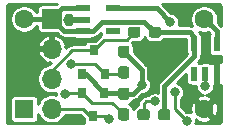
<source format=gbr>
%TF.GenerationSoftware,KiCad,Pcbnew,(5.1.6)-1*%
%TF.CreationDate,2021-08-23T14:57:43-04:00*%
%TF.ProjectId,full-can-variable,66756c6c-2d63-4616-9e2d-766172696162,rev?*%
%TF.SameCoordinates,Original*%
%TF.FileFunction,Copper,L1,Top*%
%TF.FilePolarity,Positive*%
%FSLAX46Y46*%
G04 Gerber Fmt 4.6, Leading zero omitted, Abs format (unit mm)*
G04 Created by KiCad (PCBNEW (5.1.6)-1) date 2021-08-23 14:57:43*
%MOMM*%
%LPD*%
G01*
G04 APERTURE LIST*
%TA.AperFunction,ComponentPad*%
%ADD10R,1.600000X1.600000*%
%TD*%
%TA.AperFunction,ComponentPad*%
%ADD11C,1.600000*%
%TD*%
%TA.AperFunction,SMDPad,CuDef*%
%ADD12R,1.250000X0.600000*%
%TD*%
%TA.AperFunction,ComponentPad*%
%ADD13R,1.700000X1.700000*%
%TD*%
%TA.AperFunction,ComponentPad*%
%ADD14O,1.700000X1.700000*%
%TD*%
%TA.AperFunction,SMDPad,CuDef*%
%ADD15R,0.800000X0.900000*%
%TD*%
%TA.AperFunction,SMDPad,CuDef*%
%ADD16R,0.600000X1.200000*%
%TD*%
%TA.AperFunction,ViaPad*%
%ADD17C,0.800000*%
%TD*%
%TA.AperFunction,Conductor*%
%ADD18C,0.400000*%
%TD*%
%TA.AperFunction,Conductor*%
%ADD19C,0.250000*%
%TD*%
%TA.AperFunction,Conductor*%
%ADD20C,0.254000*%
%TD*%
G04 APERTURE END LIST*
D10*
%TO.P,X1,1*%
%TO.N,Net-(X1-Pad1)*%
X142959001Y-101494001D03*
D11*
%TO.P,X1,14*%
%TO.N,/VIN*%
X142959001Y-93874001D03*
%TO.P,X1,8*%
%TO.N,/5VCLK*%
X158199001Y-93874001D03*
%TO.P,X1,7*%
%TO.N,GND*%
X158199001Y-101494001D03*
%TD*%
D12*
%TO.P,IC1,1*%
%TO.N,/VIN*%
X147955000Y-92969000D03*
%TO.P,IC1,2*%
%TO.N,GND*%
X147955000Y-93919000D03*
%TO.P,IC1,3*%
%TO.N,/VIN*%
X147955000Y-94869000D03*
%TO.P,IC1,4*%
%TO.N,Net-(IC1-Pad4)*%
X150455000Y-94869000D03*
%TO.P,IC1,5*%
%TO.N,/VDD*%
X150455000Y-92969000D03*
%TD*%
D13*
%TO.P,I2C Header,1*%
%TO.N,/VIN*%
X145288000Y-93853000D03*
D14*
%TO.P,I2C Header,2*%
%TO.N,GND*%
X145288000Y-96393000D03*
%TO.P,I2C Header,3*%
%TO.N,/SCL_5V*%
X145288000Y-98933000D03*
%TO.P,I2C Header,4*%
%TO.N,/SDA_5V*%
X145288000Y-101473000D03*
%TD*%
D15*
%TO.P,Q1,1*%
%TO.N,/VDD*%
X149733000Y-100108000D03*
%TO.P,Q1,2*%
%TO.N,/SDA_3V*%
X147833000Y-100108000D03*
%TO.P,Q1,3*%
%TO.N,/SDA_5V*%
X148783000Y-102108000D03*
%TD*%
%TO.P,Q2,3*%
%TO.N,/SCL_5V*%
X148844000Y-96536000D03*
%TO.P,Q2,2*%
%TO.N,/SCL_3V*%
X149794000Y-98536000D03*
%TO.P,Q2,1*%
%TO.N,/VDD*%
X147894000Y-98536000D03*
%TD*%
%TO.P,R1,1*%
%TO.N,/VDD*%
%TA.AperFunction,SMDPad,CuDef*%
G36*
G01*
X151146500Y-99678000D02*
X151621500Y-99678000D01*
G75*
G02*
X151859000Y-99915500I0J-237500D01*
G01*
X151859000Y-100490500D01*
G75*
G02*
X151621500Y-100728000I-237500J0D01*
G01*
X151146500Y-100728000D01*
G75*
G02*
X150909000Y-100490500I0J237500D01*
G01*
X150909000Y-99915500D01*
G75*
G02*
X151146500Y-99678000I237500J0D01*
G01*
G37*
%TD.AperFunction*%
%TO.P,R1,2*%
%TO.N,/SDA_3V*%
%TA.AperFunction,SMDPad,CuDef*%
G36*
G01*
X151146500Y-101428000D02*
X151621500Y-101428000D01*
G75*
G02*
X151859000Y-101665500I0J-237500D01*
G01*
X151859000Y-102240500D01*
G75*
G02*
X151621500Y-102478000I-237500J0D01*
G01*
X151146500Y-102478000D01*
G75*
G02*
X150909000Y-102240500I0J237500D01*
G01*
X150909000Y-101665500D01*
G75*
G02*
X151146500Y-101428000I237500J0D01*
G01*
G37*
%TD.AperFunction*%
%TD*%
%TO.P,R2,2*%
%TO.N,/SCL_3V*%
%TA.AperFunction,SMDPad,CuDef*%
G36*
G01*
X151146500Y-97872000D02*
X151621500Y-97872000D01*
G75*
G02*
X151859000Y-98109500I0J-237500D01*
G01*
X151859000Y-98684500D01*
G75*
G02*
X151621500Y-98922000I-237500J0D01*
G01*
X151146500Y-98922000D01*
G75*
G02*
X150909000Y-98684500I0J237500D01*
G01*
X150909000Y-98109500D01*
G75*
G02*
X151146500Y-97872000I237500J0D01*
G01*
G37*
%TD.AperFunction*%
%TO.P,R2,1*%
%TO.N,/VDD*%
%TA.AperFunction,SMDPad,CuDef*%
G36*
G01*
X151146500Y-96122000D02*
X151621500Y-96122000D01*
G75*
G02*
X151859000Y-96359500I0J-237500D01*
G01*
X151859000Y-96934500D01*
G75*
G02*
X151621500Y-97172000I-237500J0D01*
G01*
X151146500Y-97172000D01*
G75*
G02*
X150909000Y-96934500I0J237500D01*
G01*
X150909000Y-96359500D01*
G75*
G02*
X151146500Y-96122000I237500J0D01*
G01*
G37*
%TD.AperFunction*%
%TD*%
%TO.P,R3,1*%
%TO.N,/VIN*%
%TA.AperFunction,SMDPad,CuDef*%
G36*
G01*
X155338000Y-101743500D02*
X155338000Y-102218500D01*
G75*
G02*
X155100500Y-102456000I-237500J0D01*
G01*
X154525500Y-102456000D01*
G75*
G02*
X154288000Y-102218500I0J237500D01*
G01*
X154288000Y-101743500D01*
G75*
G02*
X154525500Y-101506000I237500J0D01*
G01*
X155100500Y-101506000D01*
G75*
G02*
X155338000Y-101743500I0J-237500D01*
G01*
G37*
%TD.AperFunction*%
%TO.P,R3,2*%
%TO.N,/SDA_5V*%
%TA.AperFunction,SMDPad,CuDef*%
G36*
G01*
X153588000Y-101743500D02*
X153588000Y-102218500D01*
G75*
G02*
X153350500Y-102456000I-237500J0D01*
G01*
X152775500Y-102456000D01*
G75*
G02*
X152538000Y-102218500I0J237500D01*
G01*
X152538000Y-101743500D01*
G75*
G02*
X152775500Y-101506000I237500J0D01*
G01*
X153350500Y-101506000D01*
G75*
G02*
X153588000Y-101743500I0J-237500D01*
G01*
G37*
%TD.AperFunction*%
%TD*%
%TO.P,R4,2*%
%TO.N,/SCL_5V*%
%TA.AperFunction,SMDPad,CuDef*%
G36*
G01*
X152798000Y-94758500D02*
X152798000Y-95233500D01*
G75*
G02*
X152560500Y-95471000I-237500J0D01*
G01*
X151985500Y-95471000D01*
G75*
G02*
X151748000Y-95233500I0J237500D01*
G01*
X151748000Y-94758500D01*
G75*
G02*
X151985500Y-94521000I237500J0D01*
G01*
X152560500Y-94521000D01*
G75*
G02*
X152798000Y-94758500I0J-237500D01*
G01*
G37*
%TD.AperFunction*%
%TO.P,R4,1*%
%TO.N,/VIN*%
%TA.AperFunction,SMDPad,CuDef*%
G36*
G01*
X154548000Y-94758500D02*
X154548000Y-95233500D01*
G75*
G02*
X154310500Y-95471000I-237500J0D01*
G01*
X153735500Y-95471000D01*
G75*
G02*
X153498000Y-95233500I0J237500D01*
G01*
X153498000Y-94758500D01*
G75*
G02*
X153735500Y-94521000I237500J0D01*
G01*
X154310500Y-94521000D01*
G75*
G02*
X154548000Y-94758500I0J-237500D01*
G01*
G37*
%TD.AperFunction*%
%TD*%
D16*
%TO.P,IC2,1*%
%TO.N,Net-(IC2-Pad1)*%
X157358000Y-98532000D03*
%TO.P,IC2,2*%
%TO.N,/3VCLK*%
X158308000Y-98532000D03*
%TO.P,IC2,3*%
%TO.N,GND*%
X159258000Y-98532000D03*
%TO.P,IC2,4*%
%TO.N,/5VCLK*%
X159258000Y-96032000D03*
%TO.P,IC2,5*%
%TO.N,/VIN*%
X157358000Y-96032000D03*
%TD*%
D17*
%TO.N,GND*%
X146685000Y-93980000D03*
X155829000Y-93091000D03*
X153670000Y-96520000D03*
X156845000Y-99822000D03*
X156337000Y-96647000D03*
%TO.N,/VDD*%
X152908000Y-99441000D03*
X155320994Y-94107000D03*
%TO.N,/SDA_5V*%
X156718000Y-102489000D03*
X150114000Y-102362000D03*
X155702000Y-100076006D03*
X154029197Y-100852123D03*
%TO.N,/SDA_3V*%
X146431000Y-100203000D03*
%TO.N,/SCL_3V*%
X146939000Y-97663000D03*
%TO.N,/3VCLK*%
X158242000Y-99568000D03*
%TD*%
D18*
%TO.N,/VIN*%
X145266999Y-93874001D02*
X145288000Y-93853000D01*
X142959001Y-93874001D02*
X145266999Y-93874001D01*
X146172000Y-92969000D02*
X147955000Y-92969000D01*
X145288000Y-93853000D02*
X146172000Y-92969000D01*
X146304000Y-94869000D02*
X147955000Y-94869000D01*
X145288000Y-93853000D02*
X146304000Y-94869000D01*
X153116999Y-94089999D02*
X154023000Y-94996000D01*
X149588999Y-94089999D02*
X153116999Y-94089999D01*
X147955000Y-94869000D02*
X148809998Y-94869000D01*
X148809998Y-94869000D02*
X149588999Y-94089999D01*
X157358000Y-95382000D02*
X157358000Y-96032000D01*
X154023000Y-94996000D02*
X156972000Y-94996000D01*
X156972000Y-94996000D02*
X157358000Y-95382000D01*
X157358000Y-97032000D02*
X157358000Y-96032000D01*
X154829198Y-99560802D02*
X157358000Y-97032000D01*
X154829198Y-101964802D02*
X154829198Y-99560802D01*
X154813000Y-101981000D02*
X154829198Y-101964802D01*
%TO.N,/VDD*%
X151633000Y-92969000D02*
X151633000Y-92969000D01*
X148161000Y-98536000D02*
X149733000Y-100108000D01*
X147894000Y-98536000D02*
X148161000Y-98536000D01*
X151289000Y-100108000D02*
X151384000Y-100203000D01*
X149733000Y-100108000D02*
X151289000Y-100108000D01*
X151384000Y-100203000D02*
X152146000Y-100203000D01*
X152146000Y-100203000D02*
X152908000Y-99441000D01*
X152908000Y-99441000D02*
X152908000Y-99441000D01*
X152908000Y-98171000D02*
X152908000Y-99441000D01*
X151384000Y-96647000D02*
X152908000Y-98171000D01*
X150455000Y-92969000D02*
X154182994Y-92969000D01*
X154182994Y-92969000D02*
X155320994Y-94107000D01*
D19*
%TO.N,/SCL_5V*%
X146992998Y-96536000D02*
X148844000Y-96536000D01*
X145288000Y-98240998D02*
X146992998Y-96536000D01*
X145288000Y-98933000D02*
X145288000Y-98240998D01*
X151638000Y-95631000D02*
X152273000Y-94996000D01*
X148844000Y-96536000D02*
X149749000Y-95631000D01*
X149749000Y-95631000D02*
X151638000Y-95631000D01*
%TO.N,/SDA_5V*%
X148538002Y-102108000D02*
X148783000Y-102108000D01*
X147903002Y-101473000D02*
X148538002Y-102108000D01*
X145288000Y-101473000D02*
X147903002Y-101473000D01*
X149860000Y-102108000D02*
X150114000Y-102362000D01*
X148783000Y-102108000D02*
X149860000Y-102108000D01*
X156718000Y-102489000D02*
X155702000Y-101473000D01*
X155702000Y-101473000D02*
X155702000Y-100076006D01*
X153063000Y-101064000D02*
X153274877Y-100852123D01*
X153274877Y-100852123D02*
X154029197Y-100852123D01*
X153063000Y-101981000D02*
X153063000Y-101064000D01*
%TO.N,/SDA_3V*%
X147833000Y-100108000D02*
X146780000Y-100108000D01*
X146780000Y-100108000D02*
X146685000Y-100203000D01*
X146685000Y-100203000D02*
X146431000Y-100203000D01*
X146431000Y-100203000D02*
X146431000Y-100203000D01*
X150396000Y-100965000D02*
X151384000Y-101953000D01*
X147833000Y-100108000D02*
X148690000Y-100965000D01*
X148690000Y-100965000D02*
X150396000Y-100965000D01*
%TO.N,/SCL_3V*%
X151245000Y-98536000D02*
X151384000Y-98397000D01*
X149794000Y-98536000D02*
X151245000Y-98536000D01*
X148921000Y-97663000D02*
X146939000Y-97663000D01*
X149794000Y-98536000D02*
X148921000Y-97663000D01*
%TO.N,/3VCLK*%
X158242000Y-98598000D02*
X158308000Y-98532000D01*
X158242000Y-99568000D02*
X158242000Y-98598000D01*
D18*
%TO.N,/5VCLK*%
X159258000Y-94933000D02*
X158199001Y-93874001D01*
X159258000Y-96032000D02*
X159258000Y-94933000D01*
%TD*%
D20*
%TO.N,GND*%
G36*
X145700823Y-92624176D02*
G01*
X144438000Y-92624176D01*
X144364095Y-92631455D01*
X144293030Y-92653012D01*
X144227537Y-92688019D01*
X144170131Y-92735131D01*
X144123019Y-92792537D01*
X144088012Y-92858030D01*
X144066455Y-92929095D01*
X144059176Y-93003000D01*
X144059176Y-93297001D01*
X143989028Y-93297001D01*
X143873237Y-93123707D01*
X143709295Y-92959765D01*
X143516520Y-92830957D01*
X143302319Y-92742232D01*
X143074925Y-92697001D01*
X142843077Y-92697001D01*
X142615683Y-92742232D01*
X142401482Y-92830957D01*
X142208707Y-92959765D01*
X142044765Y-93123707D01*
X141915957Y-93316482D01*
X141827232Y-93530683D01*
X141782001Y-93758077D01*
X141782001Y-93989925D01*
X141827232Y-94217319D01*
X141915957Y-94431520D01*
X142044765Y-94624295D01*
X142208707Y-94788237D01*
X142401482Y-94917045D01*
X142615683Y-95005770D01*
X142843077Y-95051001D01*
X143074925Y-95051001D01*
X143302319Y-95005770D01*
X143516520Y-94917045D01*
X143709295Y-94788237D01*
X143873237Y-94624295D01*
X143989028Y-94451001D01*
X144059176Y-94451001D01*
X144059176Y-94703000D01*
X144066455Y-94776905D01*
X144088012Y-94847970D01*
X144123019Y-94913463D01*
X144170131Y-94970869D01*
X144227537Y-95017981D01*
X144293030Y-95052988D01*
X144364095Y-95074545D01*
X144438000Y-95081824D01*
X145700822Y-95081824D01*
X145875965Y-95256967D01*
X145894026Y-95278974D01*
X145916033Y-95297035D01*
X145916035Y-95297037D01*
X145928722Y-95307448D01*
X145981885Y-95351079D01*
X146082124Y-95404657D01*
X146116478Y-95415078D01*
X146190888Y-95437651D01*
X146248886Y-95443363D01*
X146275664Y-95446000D01*
X146275669Y-95446000D01*
X146304000Y-95448790D01*
X146332331Y-95446000D01*
X147073257Y-95446000D01*
X147119537Y-95483981D01*
X147185030Y-95518988D01*
X147256095Y-95540545D01*
X147330000Y-95547824D01*
X148580000Y-95547824D01*
X148653905Y-95540545D01*
X148724970Y-95518988D01*
X148790463Y-95483981D01*
X148836527Y-95446178D01*
X148838329Y-95446000D01*
X148838334Y-95446000D01*
X148868043Y-95443074D01*
X148923109Y-95437651D01*
X148967986Y-95424037D01*
X149031874Y-95404657D01*
X149132113Y-95351079D01*
X149219972Y-95278974D01*
X149238037Y-95256962D01*
X149451176Y-95043823D01*
X149451176Y-95169000D01*
X149456371Y-95221746D01*
X149442050Y-95233500D01*
X149392316Y-95274316D01*
X149376603Y-95293462D01*
X148962889Y-95707176D01*
X148444000Y-95707176D01*
X148370095Y-95714455D01*
X148299030Y-95736012D01*
X148233537Y-95771019D01*
X148176131Y-95818131D01*
X148129019Y-95875537D01*
X148094012Y-95941030D01*
X148072455Y-96012095D01*
X148070298Y-96034000D01*
X147017640Y-96034000D01*
X146992997Y-96031573D01*
X146968354Y-96034000D01*
X146968345Y-96034000D01*
X146894589Y-96041264D01*
X146799962Y-96069969D01*
X146712753Y-96116583D01*
X146636314Y-96179316D01*
X146620601Y-96198462D01*
X146515000Y-96304063D01*
X146515000Y-96265998D01*
X146413609Y-96265998D01*
X146473518Y-96076649D01*
X146449482Y-95997395D01*
X146349986Y-95778403D01*
X146209678Y-95583029D01*
X146033951Y-95418782D01*
X145829557Y-95291974D01*
X145604352Y-95207477D01*
X145415000Y-95266834D01*
X145415000Y-96266000D01*
X145435000Y-96266000D01*
X145435000Y-96520000D01*
X145415000Y-96520000D01*
X145415000Y-96540000D01*
X145161000Y-96540000D01*
X145161000Y-96520000D01*
X144162392Y-96520000D01*
X144102482Y-96709351D01*
X144126518Y-96788605D01*
X144226014Y-97007597D01*
X144366322Y-97202971D01*
X144542049Y-97367218D01*
X144746443Y-97494026D01*
X144971648Y-97578523D01*
X145160998Y-97519167D01*
X145160998Y-97620000D01*
X145199064Y-97620000D01*
X145099634Y-97719430D01*
X144930097Y-97753153D01*
X144706798Y-97845647D01*
X144505833Y-97979927D01*
X144334927Y-98150833D01*
X144200647Y-98351798D01*
X144108153Y-98575097D01*
X144061000Y-98812151D01*
X144061000Y-99053849D01*
X144108153Y-99290903D01*
X144200647Y-99514202D01*
X144334927Y-99715167D01*
X144505833Y-99886073D01*
X144706798Y-100020353D01*
X144930097Y-100112847D01*
X145167151Y-100160000D01*
X145408849Y-100160000D01*
X145645903Y-100112847D01*
X145657680Y-100107969D01*
X145654000Y-100126472D01*
X145654000Y-100279528D01*
X145657680Y-100298031D01*
X145645903Y-100293153D01*
X145408849Y-100246000D01*
X145167151Y-100246000D01*
X144930097Y-100293153D01*
X144706798Y-100385647D01*
X144505833Y-100519927D01*
X144334927Y-100690833D01*
X144200647Y-100891798D01*
X144137825Y-101043463D01*
X144137825Y-100694001D01*
X144130546Y-100620096D01*
X144108989Y-100549031D01*
X144073982Y-100483538D01*
X144026870Y-100426132D01*
X143969464Y-100379020D01*
X143903971Y-100344013D01*
X143832906Y-100322456D01*
X143759001Y-100315177D01*
X142159001Y-100315177D01*
X142085096Y-100322456D01*
X142014031Y-100344013D01*
X141948538Y-100379020D01*
X141891132Y-100426132D01*
X141844020Y-100483538D01*
X141809013Y-100549031D01*
X141787456Y-100620096D01*
X141780177Y-100694001D01*
X141780177Y-102294001D01*
X141787456Y-102367906D01*
X141809013Y-102438971D01*
X141844020Y-102504464D01*
X141891132Y-102561870D01*
X141948538Y-102608982D01*
X142014031Y-102643989D01*
X142085096Y-102665546D01*
X142159001Y-102672825D01*
X143759001Y-102672825D01*
X143832906Y-102665546D01*
X143903971Y-102643989D01*
X143969464Y-102608982D01*
X144026870Y-102561870D01*
X144073982Y-102504464D01*
X144108989Y-102438971D01*
X144130546Y-102367906D01*
X144137825Y-102294001D01*
X144137825Y-101902537D01*
X144200647Y-102054202D01*
X144334927Y-102255167D01*
X144505833Y-102426073D01*
X144706798Y-102560353D01*
X144930097Y-102652847D01*
X145167151Y-102700000D01*
X145408849Y-102700000D01*
X145645903Y-102652847D01*
X145869202Y-102560353D01*
X146070167Y-102426073D01*
X146241073Y-102255167D01*
X146375353Y-102054202D01*
X146408160Y-101975000D01*
X147695068Y-101975000D01*
X148004176Y-102284109D01*
X148004176Y-102558000D01*
X148011455Y-102631905D01*
X148033012Y-102702970D01*
X148043184Y-102722000D01*
X141499000Y-102722000D01*
X141499000Y-96076649D01*
X144102482Y-96076649D01*
X144162392Y-96266000D01*
X145161000Y-96266000D01*
X145161000Y-95266834D01*
X144971648Y-95207477D01*
X144746443Y-95291974D01*
X144542049Y-95418782D01*
X144366322Y-95583029D01*
X144226014Y-95778403D01*
X144126518Y-95997395D01*
X144102482Y-96076649D01*
X141499000Y-96076649D01*
X141499000Y-92856665D01*
X141505329Y-92792114D01*
X141518362Y-92748947D01*
X141539534Y-92709128D01*
X141568038Y-92674179D01*
X141602788Y-92645431D01*
X141642455Y-92623983D01*
X141685535Y-92610648D01*
X141748783Y-92604000D01*
X145720999Y-92604000D01*
X145700823Y-92624176D01*
G37*
X145700823Y-92624176D02*
X144438000Y-92624176D01*
X144364095Y-92631455D01*
X144293030Y-92653012D01*
X144227537Y-92688019D01*
X144170131Y-92735131D01*
X144123019Y-92792537D01*
X144088012Y-92858030D01*
X144066455Y-92929095D01*
X144059176Y-93003000D01*
X144059176Y-93297001D01*
X143989028Y-93297001D01*
X143873237Y-93123707D01*
X143709295Y-92959765D01*
X143516520Y-92830957D01*
X143302319Y-92742232D01*
X143074925Y-92697001D01*
X142843077Y-92697001D01*
X142615683Y-92742232D01*
X142401482Y-92830957D01*
X142208707Y-92959765D01*
X142044765Y-93123707D01*
X141915957Y-93316482D01*
X141827232Y-93530683D01*
X141782001Y-93758077D01*
X141782001Y-93989925D01*
X141827232Y-94217319D01*
X141915957Y-94431520D01*
X142044765Y-94624295D01*
X142208707Y-94788237D01*
X142401482Y-94917045D01*
X142615683Y-95005770D01*
X142843077Y-95051001D01*
X143074925Y-95051001D01*
X143302319Y-95005770D01*
X143516520Y-94917045D01*
X143709295Y-94788237D01*
X143873237Y-94624295D01*
X143989028Y-94451001D01*
X144059176Y-94451001D01*
X144059176Y-94703000D01*
X144066455Y-94776905D01*
X144088012Y-94847970D01*
X144123019Y-94913463D01*
X144170131Y-94970869D01*
X144227537Y-95017981D01*
X144293030Y-95052988D01*
X144364095Y-95074545D01*
X144438000Y-95081824D01*
X145700822Y-95081824D01*
X145875965Y-95256967D01*
X145894026Y-95278974D01*
X145916033Y-95297035D01*
X145916035Y-95297037D01*
X145928722Y-95307448D01*
X145981885Y-95351079D01*
X146082124Y-95404657D01*
X146116478Y-95415078D01*
X146190888Y-95437651D01*
X146248886Y-95443363D01*
X146275664Y-95446000D01*
X146275669Y-95446000D01*
X146304000Y-95448790D01*
X146332331Y-95446000D01*
X147073257Y-95446000D01*
X147119537Y-95483981D01*
X147185030Y-95518988D01*
X147256095Y-95540545D01*
X147330000Y-95547824D01*
X148580000Y-95547824D01*
X148653905Y-95540545D01*
X148724970Y-95518988D01*
X148790463Y-95483981D01*
X148836527Y-95446178D01*
X148838329Y-95446000D01*
X148838334Y-95446000D01*
X148868043Y-95443074D01*
X148923109Y-95437651D01*
X148967986Y-95424037D01*
X149031874Y-95404657D01*
X149132113Y-95351079D01*
X149219972Y-95278974D01*
X149238037Y-95256962D01*
X149451176Y-95043823D01*
X149451176Y-95169000D01*
X149456371Y-95221746D01*
X149442050Y-95233500D01*
X149392316Y-95274316D01*
X149376603Y-95293462D01*
X148962889Y-95707176D01*
X148444000Y-95707176D01*
X148370095Y-95714455D01*
X148299030Y-95736012D01*
X148233537Y-95771019D01*
X148176131Y-95818131D01*
X148129019Y-95875537D01*
X148094012Y-95941030D01*
X148072455Y-96012095D01*
X148070298Y-96034000D01*
X147017640Y-96034000D01*
X146992997Y-96031573D01*
X146968354Y-96034000D01*
X146968345Y-96034000D01*
X146894589Y-96041264D01*
X146799962Y-96069969D01*
X146712753Y-96116583D01*
X146636314Y-96179316D01*
X146620601Y-96198462D01*
X146515000Y-96304063D01*
X146515000Y-96265998D01*
X146413609Y-96265998D01*
X146473518Y-96076649D01*
X146449482Y-95997395D01*
X146349986Y-95778403D01*
X146209678Y-95583029D01*
X146033951Y-95418782D01*
X145829557Y-95291974D01*
X145604352Y-95207477D01*
X145415000Y-95266834D01*
X145415000Y-96266000D01*
X145435000Y-96266000D01*
X145435000Y-96520000D01*
X145415000Y-96520000D01*
X145415000Y-96540000D01*
X145161000Y-96540000D01*
X145161000Y-96520000D01*
X144162392Y-96520000D01*
X144102482Y-96709351D01*
X144126518Y-96788605D01*
X144226014Y-97007597D01*
X144366322Y-97202971D01*
X144542049Y-97367218D01*
X144746443Y-97494026D01*
X144971648Y-97578523D01*
X145160998Y-97519167D01*
X145160998Y-97620000D01*
X145199064Y-97620000D01*
X145099634Y-97719430D01*
X144930097Y-97753153D01*
X144706798Y-97845647D01*
X144505833Y-97979927D01*
X144334927Y-98150833D01*
X144200647Y-98351798D01*
X144108153Y-98575097D01*
X144061000Y-98812151D01*
X144061000Y-99053849D01*
X144108153Y-99290903D01*
X144200647Y-99514202D01*
X144334927Y-99715167D01*
X144505833Y-99886073D01*
X144706798Y-100020353D01*
X144930097Y-100112847D01*
X145167151Y-100160000D01*
X145408849Y-100160000D01*
X145645903Y-100112847D01*
X145657680Y-100107969D01*
X145654000Y-100126472D01*
X145654000Y-100279528D01*
X145657680Y-100298031D01*
X145645903Y-100293153D01*
X145408849Y-100246000D01*
X145167151Y-100246000D01*
X144930097Y-100293153D01*
X144706798Y-100385647D01*
X144505833Y-100519927D01*
X144334927Y-100690833D01*
X144200647Y-100891798D01*
X144137825Y-101043463D01*
X144137825Y-100694001D01*
X144130546Y-100620096D01*
X144108989Y-100549031D01*
X144073982Y-100483538D01*
X144026870Y-100426132D01*
X143969464Y-100379020D01*
X143903971Y-100344013D01*
X143832906Y-100322456D01*
X143759001Y-100315177D01*
X142159001Y-100315177D01*
X142085096Y-100322456D01*
X142014031Y-100344013D01*
X141948538Y-100379020D01*
X141891132Y-100426132D01*
X141844020Y-100483538D01*
X141809013Y-100549031D01*
X141787456Y-100620096D01*
X141780177Y-100694001D01*
X141780177Y-102294001D01*
X141787456Y-102367906D01*
X141809013Y-102438971D01*
X141844020Y-102504464D01*
X141891132Y-102561870D01*
X141948538Y-102608982D01*
X142014031Y-102643989D01*
X142085096Y-102665546D01*
X142159001Y-102672825D01*
X143759001Y-102672825D01*
X143832906Y-102665546D01*
X143903971Y-102643989D01*
X143969464Y-102608982D01*
X144026870Y-102561870D01*
X144073982Y-102504464D01*
X144108989Y-102438971D01*
X144130546Y-102367906D01*
X144137825Y-102294001D01*
X144137825Y-101902537D01*
X144200647Y-102054202D01*
X144334927Y-102255167D01*
X144505833Y-102426073D01*
X144706798Y-102560353D01*
X144930097Y-102652847D01*
X145167151Y-102700000D01*
X145408849Y-102700000D01*
X145645903Y-102652847D01*
X145869202Y-102560353D01*
X146070167Y-102426073D01*
X146241073Y-102255167D01*
X146375353Y-102054202D01*
X146408160Y-101975000D01*
X147695068Y-101975000D01*
X148004176Y-102284109D01*
X148004176Y-102558000D01*
X148011455Y-102631905D01*
X148033012Y-102702970D01*
X148043184Y-102722000D01*
X141499000Y-102722000D01*
X141499000Y-96076649D01*
X144102482Y-96076649D01*
X144162392Y-96266000D01*
X145161000Y-96266000D01*
X145161000Y-95266834D01*
X144971648Y-95207477D01*
X144746443Y-95291974D01*
X144542049Y-95418782D01*
X144366322Y-95583029D01*
X144226014Y-95778403D01*
X144126518Y-95997395D01*
X144102482Y-96076649D01*
X141499000Y-96076649D01*
X141499000Y-92856665D01*
X141505329Y-92792114D01*
X141518362Y-92748947D01*
X141539534Y-92709128D01*
X141568038Y-92674179D01*
X141602788Y-92645431D01*
X141642455Y-92623983D01*
X141685535Y-92610648D01*
X141748783Y-92604000D01*
X145720999Y-92604000D01*
X145700823Y-92624176D01*
G36*
X157855683Y-95005770D02*
G01*
X158083077Y-95051001D01*
X158314925Y-95051001D01*
X158519340Y-95010341D01*
X158681001Y-95172002D01*
X158681001Y-95175256D01*
X158643019Y-95221537D01*
X158608012Y-95287030D01*
X158586455Y-95358095D01*
X158579176Y-95432000D01*
X158579176Y-96632000D01*
X158586455Y-96705905D01*
X158608012Y-96776970D01*
X158643019Y-96842463D01*
X158690131Y-96899869D01*
X158747537Y-96946981D01*
X158813030Y-96981988D01*
X158884095Y-97003545D01*
X158958000Y-97010824D01*
X159558000Y-97010824D01*
X159618000Y-97004914D01*
X159618000Y-97559086D01*
X159558000Y-97553176D01*
X159479250Y-97555000D01*
X159385000Y-97649250D01*
X159385000Y-98405000D01*
X159405000Y-98405000D01*
X159405000Y-98659000D01*
X159385000Y-98659000D01*
X159385000Y-99414750D01*
X159479250Y-99509000D01*
X159558000Y-99510824D01*
X159618001Y-99504914D01*
X159618001Y-102469326D01*
X159611671Y-102533887D01*
X159598639Y-102577052D01*
X159577464Y-102616875D01*
X159548961Y-102651822D01*
X159514214Y-102680567D01*
X159474544Y-102702017D01*
X159431465Y-102715352D01*
X159368217Y-102722000D01*
X157462508Y-102722000D01*
X157465141Y-102715643D01*
X157495000Y-102565528D01*
X157495000Y-102412472D01*
X157489216Y-102383393D01*
X157524415Y-102348194D01*
X157610596Y-102519937D01*
X157822052Y-102615016D01*
X158047993Y-102667015D01*
X158279739Y-102673937D01*
X158508381Y-102635513D01*
X158725134Y-102553222D01*
X158787406Y-102519937D01*
X158873588Y-102348193D01*
X158199001Y-101673606D01*
X158184859Y-101687749D01*
X158005254Y-101508144D01*
X158019396Y-101494001D01*
X158378606Y-101494001D01*
X159053193Y-102168588D01*
X159224937Y-102082406D01*
X159320016Y-101870950D01*
X159372015Y-101645009D01*
X159378937Y-101413263D01*
X159340513Y-101184621D01*
X159258222Y-100967868D01*
X159224937Y-100905596D01*
X159053193Y-100819414D01*
X158378606Y-101494001D01*
X158019396Y-101494001D01*
X157344809Y-100819414D01*
X157173065Y-100905596D01*
X157077986Y-101117052D01*
X157025987Y-101342993D01*
X157019065Y-101574739D01*
X157054819Y-101787496D01*
X156944643Y-101741859D01*
X156794528Y-101712000D01*
X156650935Y-101712000D01*
X156204000Y-101265066D01*
X156204000Y-100672851D01*
X156305536Y-100571315D01*
X156390569Y-100444054D01*
X156449141Y-100302649D01*
X156479000Y-100152534D01*
X156479000Y-99999478D01*
X156449141Y-99849363D01*
X156390569Y-99707958D01*
X156305536Y-99580697D01*
X156197309Y-99472470D01*
X156070048Y-99387437D01*
X155928643Y-99328865D01*
X155885682Y-99320320D01*
X156679176Y-98526826D01*
X156679176Y-99132000D01*
X156686455Y-99205905D01*
X156708012Y-99276970D01*
X156743019Y-99342463D01*
X156790131Y-99399869D01*
X156847537Y-99446981D01*
X156913030Y-99481988D01*
X156984095Y-99503545D01*
X157058000Y-99510824D01*
X157465000Y-99510824D01*
X157465000Y-99644528D01*
X157494859Y-99794643D01*
X157553431Y-99936048D01*
X157638464Y-100063309D01*
X157746691Y-100171536D01*
X157873952Y-100256569D01*
X158015357Y-100315141D01*
X158059552Y-100323932D01*
X157889621Y-100352489D01*
X157672868Y-100434780D01*
X157610596Y-100468065D01*
X157524414Y-100639809D01*
X158199001Y-101314396D01*
X158873588Y-100639809D01*
X158787406Y-100468065D01*
X158575950Y-100372986D01*
X158391382Y-100330509D01*
X158468643Y-100315141D01*
X158610048Y-100256569D01*
X158737309Y-100171536D01*
X158845536Y-100063309D01*
X158930569Y-99936048D01*
X158989141Y-99794643D01*
X159019000Y-99644528D01*
X159019000Y-99509411D01*
X159036750Y-99509000D01*
X159131000Y-99414750D01*
X159131000Y-98659000D01*
X159111000Y-98659000D01*
X159111000Y-98405000D01*
X159131000Y-98405000D01*
X159131000Y-97649250D01*
X159036750Y-97555000D01*
X158958000Y-97553176D01*
X158884095Y-97560455D01*
X158813030Y-97582012D01*
X158783000Y-97598063D01*
X158752970Y-97582012D01*
X158681905Y-97560455D01*
X158608000Y-97553176D01*
X158008000Y-97553176D01*
X157934095Y-97560455D01*
X157863030Y-97582012D01*
X157833000Y-97598063D01*
X157802970Y-97582012D01*
X157731905Y-97560455D01*
X157658000Y-97553176D01*
X157652826Y-97553176D01*
X157745968Y-97460034D01*
X157767974Y-97441974D01*
X157840079Y-97354115D01*
X157893657Y-97253876D01*
X157926650Y-97145112D01*
X157935000Y-97060336D01*
X157935000Y-97060330D01*
X157937790Y-97032001D01*
X157935000Y-97003672D01*
X157935000Y-96888743D01*
X157972981Y-96842463D01*
X158007988Y-96776970D01*
X158029545Y-96705905D01*
X158036824Y-96632000D01*
X158036824Y-95432000D01*
X158029545Y-95358095D01*
X158007988Y-95287030D01*
X157972981Y-95221537D01*
X157925869Y-95164131D01*
X157872301Y-95120169D01*
X157840079Y-95059885D01*
X157767974Y-94972026D01*
X157761611Y-94966804D01*
X157855683Y-95005770D01*
G37*
X157855683Y-95005770D02*
X158083077Y-95051001D01*
X158314925Y-95051001D01*
X158519340Y-95010341D01*
X158681001Y-95172002D01*
X158681001Y-95175256D01*
X158643019Y-95221537D01*
X158608012Y-95287030D01*
X158586455Y-95358095D01*
X158579176Y-95432000D01*
X158579176Y-96632000D01*
X158586455Y-96705905D01*
X158608012Y-96776970D01*
X158643019Y-96842463D01*
X158690131Y-96899869D01*
X158747537Y-96946981D01*
X158813030Y-96981988D01*
X158884095Y-97003545D01*
X158958000Y-97010824D01*
X159558000Y-97010824D01*
X159618000Y-97004914D01*
X159618000Y-97559086D01*
X159558000Y-97553176D01*
X159479250Y-97555000D01*
X159385000Y-97649250D01*
X159385000Y-98405000D01*
X159405000Y-98405000D01*
X159405000Y-98659000D01*
X159385000Y-98659000D01*
X159385000Y-99414750D01*
X159479250Y-99509000D01*
X159558000Y-99510824D01*
X159618001Y-99504914D01*
X159618001Y-102469326D01*
X159611671Y-102533887D01*
X159598639Y-102577052D01*
X159577464Y-102616875D01*
X159548961Y-102651822D01*
X159514214Y-102680567D01*
X159474544Y-102702017D01*
X159431465Y-102715352D01*
X159368217Y-102722000D01*
X157462508Y-102722000D01*
X157465141Y-102715643D01*
X157495000Y-102565528D01*
X157495000Y-102412472D01*
X157489216Y-102383393D01*
X157524415Y-102348194D01*
X157610596Y-102519937D01*
X157822052Y-102615016D01*
X158047993Y-102667015D01*
X158279739Y-102673937D01*
X158508381Y-102635513D01*
X158725134Y-102553222D01*
X158787406Y-102519937D01*
X158873588Y-102348193D01*
X158199001Y-101673606D01*
X158184859Y-101687749D01*
X158005254Y-101508144D01*
X158019396Y-101494001D01*
X158378606Y-101494001D01*
X159053193Y-102168588D01*
X159224937Y-102082406D01*
X159320016Y-101870950D01*
X159372015Y-101645009D01*
X159378937Y-101413263D01*
X159340513Y-101184621D01*
X159258222Y-100967868D01*
X159224937Y-100905596D01*
X159053193Y-100819414D01*
X158378606Y-101494001D01*
X158019396Y-101494001D01*
X157344809Y-100819414D01*
X157173065Y-100905596D01*
X157077986Y-101117052D01*
X157025987Y-101342993D01*
X157019065Y-101574739D01*
X157054819Y-101787496D01*
X156944643Y-101741859D01*
X156794528Y-101712000D01*
X156650935Y-101712000D01*
X156204000Y-101265066D01*
X156204000Y-100672851D01*
X156305536Y-100571315D01*
X156390569Y-100444054D01*
X156449141Y-100302649D01*
X156479000Y-100152534D01*
X156479000Y-99999478D01*
X156449141Y-99849363D01*
X156390569Y-99707958D01*
X156305536Y-99580697D01*
X156197309Y-99472470D01*
X156070048Y-99387437D01*
X155928643Y-99328865D01*
X155885682Y-99320320D01*
X156679176Y-98526826D01*
X156679176Y-99132000D01*
X156686455Y-99205905D01*
X156708012Y-99276970D01*
X156743019Y-99342463D01*
X156790131Y-99399869D01*
X156847537Y-99446981D01*
X156913030Y-99481988D01*
X156984095Y-99503545D01*
X157058000Y-99510824D01*
X157465000Y-99510824D01*
X157465000Y-99644528D01*
X157494859Y-99794643D01*
X157553431Y-99936048D01*
X157638464Y-100063309D01*
X157746691Y-100171536D01*
X157873952Y-100256569D01*
X158015357Y-100315141D01*
X158059552Y-100323932D01*
X157889621Y-100352489D01*
X157672868Y-100434780D01*
X157610596Y-100468065D01*
X157524414Y-100639809D01*
X158199001Y-101314396D01*
X158873588Y-100639809D01*
X158787406Y-100468065D01*
X158575950Y-100372986D01*
X158391382Y-100330509D01*
X158468643Y-100315141D01*
X158610048Y-100256569D01*
X158737309Y-100171536D01*
X158845536Y-100063309D01*
X158930569Y-99936048D01*
X158989141Y-99794643D01*
X159019000Y-99644528D01*
X159019000Y-99509411D01*
X159036750Y-99509000D01*
X159131000Y-99414750D01*
X159131000Y-98659000D01*
X159111000Y-98659000D01*
X159111000Y-98405000D01*
X159131000Y-98405000D01*
X159131000Y-97649250D01*
X159036750Y-97555000D01*
X158958000Y-97553176D01*
X158884095Y-97560455D01*
X158813030Y-97582012D01*
X158783000Y-97598063D01*
X158752970Y-97582012D01*
X158681905Y-97560455D01*
X158608000Y-97553176D01*
X158008000Y-97553176D01*
X157934095Y-97560455D01*
X157863030Y-97582012D01*
X157833000Y-97598063D01*
X157802970Y-97582012D01*
X157731905Y-97560455D01*
X157658000Y-97553176D01*
X157652826Y-97553176D01*
X157745968Y-97460034D01*
X157767974Y-97441974D01*
X157840079Y-97354115D01*
X157893657Y-97253876D01*
X157926650Y-97145112D01*
X157935000Y-97060336D01*
X157935000Y-97060330D01*
X157937790Y-97032001D01*
X157935000Y-97003672D01*
X157935000Y-96888743D01*
X157972981Y-96842463D01*
X158007988Y-96776970D01*
X158029545Y-96705905D01*
X158036824Y-96632000D01*
X158036824Y-95432000D01*
X158029545Y-95358095D01*
X158007988Y-95287030D01*
X157972981Y-95221537D01*
X157925869Y-95164131D01*
X157872301Y-95120169D01*
X157840079Y-95059885D01*
X157767974Y-94972026D01*
X157761611Y-94966804D01*
X157855683Y-95005770D01*
G36*
X153166091Y-95469357D02*
G01*
X153223045Y-95575911D01*
X153299693Y-95669307D01*
X153393089Y-95745955D01*
X153499643Y-95802909D01*
X153615261Y-95837982D01*
X153735500Y-95849824D01*
X154310500Y-95849824D01*
X154430739Y-95837982D01*
X154546357Y-95802909D01*
X154652911Y-95745955D01*
X154746307Y-95669307D01*
X154822955Y-95575911D01*
X154824511Y-95573000D01*
X156679176Y-95573000D01*
X156679176Y-96632000D01*
X156686455Y-96705905D01*
X156708012Y-96776970D01*
X156739019Y-96834979D01*
X154441231Y-99132767D01*
X154419225Y-99150828D01*
X154401164Y-99172835D01*
X154401161Y-99172838D01*
X154381773Y-99196463D01*
X154347120Y-99238687D01*
X154313908Y-99300824D01*
X154293542Y-99338926D01*
X154260547Y-99447691D01*
X154249408Y-99560802D01*
X154252199Y-99589143D01*
X154252199Y-100104258D01*
X154105725Y-100075123D01*
X153952669Y-100075123D01*
X153802554Y-100104982D01*
X153661149Y-100163554D01*
X153533888Y-100248587D01*
X153432352Y-100350123D01*
X153299519Y-100350123D01*
X153274876Y-100347696D01*
X153250233Y-100350123D01*
X153250224Y-100350123D01*
X153176468Y-100357387D01*
X153081841Y-100386092D01*
X152994632Y-100432706D01*
X152918193Y-100495439D01*
X152902475Y-100514591D01*
X152725463Y-100691603D01*
X152706317Y-100707316D01*
X152690604Y-100726462D01*
X152690601Y-100726465D01*
X152643584Y-100783755D01*
X152596970Y-100870964D01*
X152568265Y-100965591D01*
X152558573Y-101064000D01*
X152561001Y-101088653D01*
X152561001Y-101167612D01*
X152539643Y-101174091D01*
X152433089Y-101231045D01*
X152339693Y-101307693D01*
X152263045Y-101401089D01*
X152211500Y-101497523D01*
X152190909Y-101429643D01*
X152133955Y-101323089D01*
X152057307Y-101229693D01*
X151963911Y-101153045D01*
X151857357Y-101096091D01*
X151797720Y-101078000D01*
X151857357Y-101059909D01*
X151963911Y-101002955D01*
X152057307Y-100926307D01*
X152133955Y-100832911D01*
X152161564Y-100781257D01*
X152174331Y-100780000D01*
X152174336Y-100780000D01*
X152204045Y-100777074D01*
X152259111Y-100771651D01*
X152318239Y-100753714D01*
X152367876Y-100738657D01*
X152468115Y-100685079D01*
X152555974Y-100612974D01*
X152574039Y-100590962D01*
X152947001Y-100218000D01*
X152984528Y-100218000D01*
X153134643Y-100188141D01*
X153276048Y-100129569D01*
X153403309Y-100044536D01*
X153511536Y-99936309D01*
X153596569Y-99809048D01*
X153655141Y-99667643D01*
X153685000Y-99517528D01*
X153685000Y-99364472D01*
X153655141Y-99214357D01*
X153596569Y-99072952D01*
X153511536Y-98945691D01*
X153485000Y-98919155D01*
X153485000Y-98199328D01*
X153487790Y-98170999D01*
X153485000Y-98142670D01*
X153485000Y-98142664D01*
X153476650Y-98057888D01*
X153443657Y-97949124D01*
X153390079Y-97848885D01*
X153317974Y-97761026D01*
X153295963Y-97742962D01*
X152237824Y-96684823D01*
X152237824Y-96359500D01*
X152225982Y-96239261D01*
X152190909Y-96123643D01*
X152133955Y-96017089D01*
X152057307Y-95923693D01*
X152056172Y-95922762D01*
X152129110Y-95849824D01*
X152560500Y-95849824D01*
X152680739Y-95837982D01*
X152796357Y-95802909D01*
X152902911Y-95745955D01*
X152996307Y-95669307D01*
X153072955Y-95575911D01*
X153129909Y-95469357D01*
X153148000Y-95409720D01*
X153166091Y-95469357D01*
G37*
X153166091Y-95469357D02*
X153223045Y-95575911D01*
X153299693Y-95669307D01*
X153393089Y-95745955D01*
X153499643Y-95802909D01*
X153615261Y-95837982D01*
X153735500Y-95849824D01*
X154310500Y-95849824D01*
X154430739Y-95837982D01*
X154546357Y-95802909D01*
X154652911Y-95745955D01*
X154746307Y-95669307D01*
X154822955Y-95575911D01*
X154824511Y-95573000D01*
X156679176Y-95573000D01*
X156679176Y-96632000D01*
X156686455Y-96705905D01*
X156708012Y-96776970D01*
X156739019Y-96834979D01*
X154441231Y-99132767D01*
X154419225Y-99150828D01*
X154401164Y-99172835D01*
X154401161Y-99172838D01*
X154381773Y-99196463D01*
X154347120Y-99238687D01*
X154313908Y-99300824D01*
X154293542Y-99338926D01*
X154260547Y-99447691D01*
X154249408Y-99560802D01*
X154252199Y-99589143D01*
X154252199Y-100104258D01*
X154105725Y-100075123D01*
X153952669Y-100075123D01*
X153802554Y-100104982D01*
X153661149Y-100163554D01*
X153533888Y-100248587D01*
X153432352Y-100350123D01*
X153299519Y-100350123D01*
X153274876Y-100347696D01*
X153250233Y-100350123D01*
X153250224Y-100350123D01*
X153176468Y-100357387D01*
X153081841Y-100386092D01*
X152994632Y-100432706D01*
X152918193Y-100495439D01*
X152902475Y-100514591D01*
X152725463Y-100691603D01*
X152706317Y-100707316D01*
X152690604Y-100726462D01*
X152690601Y-100726465D01*
X152643584Y-100783755D01*
X152596970Y-100870964D01*
X152568265Y-100965591D01*
X152558573Y-101064000D01*
X152561001Y-101088653D01*
X152561001Y-101167612D01*
X152539643Y-101174091D01*
X152433089Y-101231045D01*
X152339693Y-101307693D01*
X152263045Y-101401089D01*
X152211500Y-101497523D01*
X152190909Y-101429643D01*
X152133955Y-101323089D01*
X152057307Y-101229693D01*
X151963911Y-101153045D01*
X151857357Y-101096091D01*
X151797720Y-101078000D01*
X151857357Y-101059909D01*
X151963911Y-101002955D01*
X152057307Y-100926307D01*
X152133955Y-100832911D01*
X152161564Y-100781257D01*
X152174331Y-100780000D01*
X152174336Y-100780000D01*
X152204045Y-100777074D01*
X152259111Y-100771651D01*
X152318239Y-100753714D01*
X152367876Y-100738657D01*
X152468115Y-100685079D01*
X152555974Y-100612974D01*
X152574039Y-100590962D01*
X152947001Y-100218000D01*
X152984528Y-100218000D01*
X153134643Y-100188141D01*
X153276048Y-100129569D01*
X153403309Y-100044536D01*
X153511536Y-99936309D01*
X153596569Y-99809048D01*
X153655141Y-99667643D01*
X153685000Y-99517528D01*
X153685000Y-99364472D01*
X153655141Y-99214357D01*
X153596569Y-99072952D01*
X153511536Y-98945691D01*
X153485000Y-98919155D01*
X153485000Y-98199328D01*
X153487790Y-98170999D01*
X153485000Y-98142670D01*
X153485000Y-98142664D01*
X153476650Y-98057888D01*
X153443657Y-97949124D01*
X153390079Y-97848885D01*
X153317974Y-97761026D01*
X153295963Y-97742962D01*
X152237824Y-96684823D01*
X152237824Y-96359500D01*
X152225982Y-96239261D01*
X152190909Y-96123643D01*
X152133955Y-96017089D01*
X152057307Y-95923693D01*
X152056172Y-95922762D01*
X152129110Y-95849824D01*
X152560500Y-95849824D01*
X152680739Y-95837982D01*
X152796357Y-95802909D01*
X152902911Y-95745955D01*
X152996307Y-95669307D01*
X153072955Y-95575911D01*
X153129909Y-95469357D01*
X153148000Y-95409720D01*
X153166091Y-95469357D01*
G36*
X159429886Y-92610329D02*
G01*
X159473053Y-92623362D01*
X159512872Y-92644534D01*
X159547821Y-92673038D01*
X159576569Y-92707788D01*
X159598017Y-92747455D01*
X159611352Y-92790535D01*
X159618000Y-92853783D01*
X159618000Y-94476999D01*
X159335341Y-94194340D01*
X159376001Y-93989925D01*
X159376001Y-93758077D01*
X159330770Y-93530683D01*
X159242045Y-93316482D01*
X159113237Y-93123707D01*
X158949295Y-92959765D01*
X158756520Y-92830957D01*
X158542319Y-92742232D01*
X158314925Y-92697001D01*
X158083077Y-92697001D01*
X157855683Y-92742232D01*
X157641482Y-92830957D01*
X157448707Y-92959765D01*
X157284765Y-93123707D01*
X157155957Y-93316482D01*
X157067232Y-93530683D01*
X157022001Y-93758077D01*
X157022001Y-93989925D01*
X157067232Y-94217319D01*
X157155957Y-94431520D01*
X157170472Y-94453244D01*
X157129770Y-94440897D01*
X157085111Y-94427349D01*
X157027251Y-94421651D01*
X157000336Y-94419000D01*
X157000331Y-94419000D01*
X156972000Y-94416210D01*
X156943669Y-94419000D01*
X156032779Y-94419000D01*
X156068135Y-94333643D01*
X156097994Y-94183528D01*
X156097994Y-94030472D01*
X156068135Y-93880357D01*
X156009563Y-93738952D01*
X155924530Y-93611691D01*
X155816303Y-93503464D01*
X155689042Y-93418431D01*
X155547637Y-93359859D01*
X155397522Y-93330000D01*
X155359996Y-93330000D01*
X154633995Y-92604000D01*
X159365335Y-92604000D01*
X159429886Y-92610329D01*
G37*
X159429886Y-92610329D02*
X159473053Y-92623362D01*
X159512872Y-92644534D01*
X159547821Y-92673038D01*
X159576569Y-92707788D01*
X159598017Y-92747455D01*
X159611352Y-92790535D01*
X159618000Y-92853783D01*
X159618000Y-94476999D01*
X159335341Y-94194340D01*
X159376001Y-93989925D01*
X159376001Y-93758077D01*
X159330770Y-93530683D01*
X159242045Y-93316482D01*
X159113237Y-93123707D01*
X158949295Y-92959765D01*
X158756520Y-92830957D01*
X158542319Y-92742232D01*
X158314925Y-92697001D01*
X158083077Y-92697001D01*
X157855683Y-92742232D01*
X157641482Y-92830957D01*
X157448707Y-92959765D01*
X157284765Y-93123707D01*
X157155957Y-93316482D01*
X157067232Y-93530683D01*
X157022001Y-93758077D01*
X157022001Y-93989925D01*
X157067232Y-94217319D01*
X157155957Y-94431520D01*
X157170472Y-94453244D01*
X157129770Y-94440897D01*
X157085111Y-94427349D01*
X157027251Y-94421651D01*
X157000336Y-94419000D01*
X157000331Y-94419000D01*
X156972000Y-94416210D01*
X156943669Y-94419000D01*
X156032779Y-94419000D01*
X156068135Y-94333643D01*
X156097994Y-94183528D01*
X156097994Y-94030472D01*
X156068135Y-93880357D01*
X156009563Y-93738952D01*
X155924530Y-93611691D01*
X155816303Y-93503464D01*
X155689042Y-93418431D01*
X155547637Y-93359859D01*
X155397522Y-93330000D01*
X155359996Y-93330000D01*
X154633995Y-92604000D01*
X159365335Y-92604000D01*
X159429886Y-92610329D01*
G36*
X146951176Y-93619000D02*
G01*
X146953000Y-93697750D01*
X147047250Y-93792000D01*
X147828000Y-93792000D01*
X147828000Y-93772000D01*
X148082000Y-93772000D01*
X148082000Y-93792000D01*
X148102000Y-93792000D01*
X148102000Y-94046000D01*
X148082000Y-94046000D01*
X148082000Y-94066000D01*
X147828000Y-94066000D01*
X147828000Y-94046000D01*
X147047250Y-94046000D01*
X146953000Y-94140250D01*
X146951176Y-94219000D01*
X146958366Y-94292000D01*
X146543002Y-94292000D01*
X146516824Y-94265822D01*
X146516824Y-93546000D01*
X146958366Y-93546000D01*
X146951176Y-93619000D01*
G37*
X146951176Y-93619000D02*
X146953000Y-93697750D01*
X147047250Y-93792000D01*
X147828000Y-93792000D01*
X147828000Y-93772000D01*
X148082000Y-93772000D01*
X148082000Y-93792000D01*
X148102000Y-93792000D01*
X148102000Y-94046000D01*
X148082000Y-94046000D01*
X148082000Y-94066000D01*
X147828000Y-94066000D01*
X147828000Y-94046000D01*
X147047250Y-94046000D01*
X146953000Y-94140250D01*
X146951176Y-94219000D01*
X146958366Y-94292000D01*
X146543002Y-94292000D01*
X146516824Y-94265822D01*
X146516824Y-93546000D01*
X146958366Y-93546000D01*
X146951176Y-93619000D01*
%TD*%
M02*

</source>
